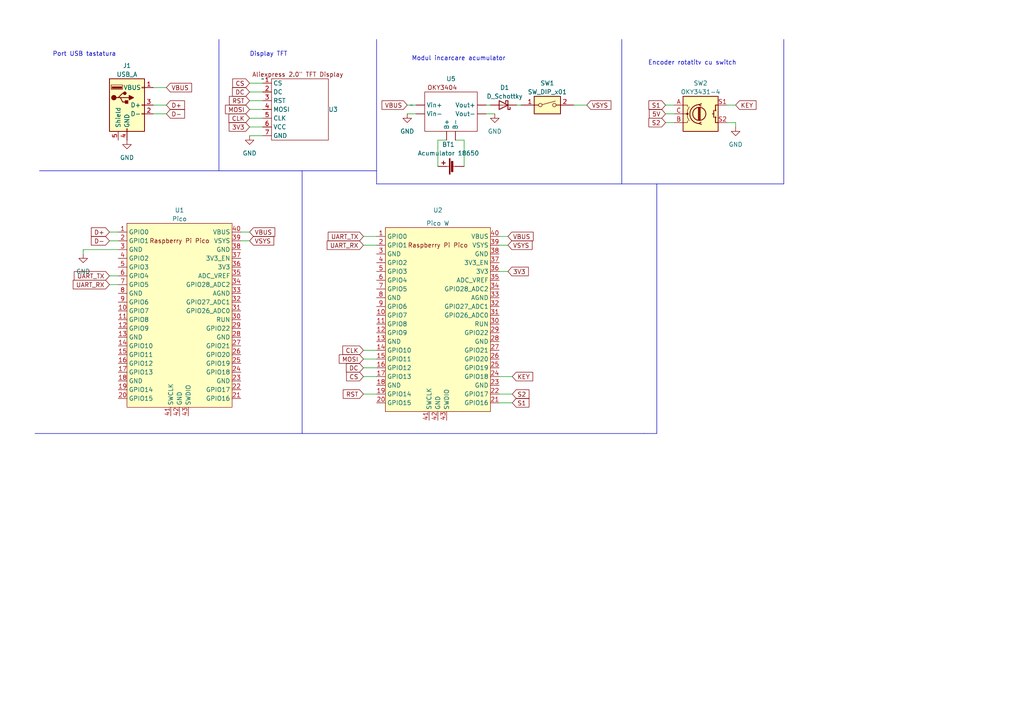
<source format=kicad_sch>
(kicad_sch (version 20230121) (generator eeschema)

  (uuid 1b147fc8-d3e6-476b-8793-6266a12930f3)

  (paper "A4")

  (title_block
    (title "Plug & Play ChatGPT")
    (date "2023-04-29")
    (rev "1")
  )

  (lib_symbols
    (symbol "Connector:USB_A" (pin_names (offset 1.016)) (in_bom yes) (on_board yes)
      (property "Reference" "J" (at -5.08 11.43 0)
        (effects (font (size 1.27 1.27)) (justify left))
      )
      (property "Value" "USB_A" (at -5.08 8.89 0)
        (effects (font (size 1.27 1.27)) (justify left))
      )
      (property "Footprint" "" (at 3.81 -1.27 0)
        (effects (font (size 1.27 1.27)) hide)
      )
      (property "Datasheet" " ~" (at 3.81 -1.27 0)
        (effects (font (size 1.27 1.27)) hide)
      )
      (property "ki_keywords" "connector USB" (at 0 0 0)
        (effects (font (size 1.27 1.27)) hide)
      )
      (property "ki_description" "USB Type A connector" (at 0 0 0)
        (effects (font (size 1.27 1.27)) hide)
      )
      (property "ki_fp_filters" "USB*" (at 0 0 0)
        (effects (font (size 1.27 1.27)) hide)
      )
      (symbol "USB_A_0_1"
        (rectangle (start -5.08 -7.62) (end 5.08 7.62)
          (stroke (width 0.254) (type default))
          (fill (type background))
        )
        (circle (center -3.81 2.159) (radius 0.635)
          (stroke (width 0.254) (type default))
          (fill (type outline))
        )
        (rectangle (start -1.524 4.826) (end -4.318 5.334)
          (stroke (width 0) (type default))
          (fill (type outline))
        )
        (rectangle (start -1.27 4.572) (end -4.572 5.842)
          (stroke (width 0) (type default))
          (fill (type none))
        )
        (circle (center -0.635 3.429) (radius 0.381)
          (stroke (width 0.254) (type default))
          (fill (type outline))
        )
        (rectangle (start -0.127 -7.62) (end 0.127 -6.858)
          (stroke (width 0) (type default))
          (fill (type none))
        )
        (polyline
          (pts
            (xy -3.175 2.159)
            (xy -2.54 2.159)
            (xy -1.27 3.429)
            (xy -0.635 3.429)
          )
          (stroke (width 0.254) (type default))
          (fill (type none))
        )
        (polyline
          (pts
            (xy -2.54 2.159)
            (xy -1.905 2.159)
            (xy -1.27 0.889)
            (xy 0 0.889)
          )
          (stroke (width 0.254) (type default))
          (fill (type none))
        )
        (polyline
          (pts
            (xy 0.635 2.794)
            (xy 0.635 1.524)
            (xy 1.905 2.159)
            (xy 0.635 2.794)
          )
          (stroke (width 0.254) (type default))
          (fill (type outline))
        )
        (rectangle (start 0.254 1.27) (end -0.508 0.508)
          (stroke (width 0.254) (type default))
          (fill (type outline))
        )
        (rectangle (start 5.08 -2.667) (end 4.318 -2.413)
          (stroke (width 0) (type default))
          (fill (type none))
        )
        (rectangle (start 5.08 -0.127) (end 4.318 0.127)
          (stroke (width 0) (type default))
          (fill (type none))
        )
        (rectangle (start 5.08 4.953) (end 4.318 5.207)
          (stroke (width 0) (type default))
          (fill (type none))
        )
      )
      (symbol "USB_A_1_1"
        (polyline
          (pts
            (xy -1.905 2.159)
            (xy 0.635 2.159)
          )
          (stroke (width 0.254) (type default))
          (fill (type none))
        )
        (pin power_in line (at 7.62 5.08 180) (length 2.54)
          (name "VBUS" (effects (font (size 1.27 1.27))))
          (number "1" (effects (font (size 1.27 1.27))))
        )
        (pin bidirectional line (at 7.62 -2.54 180) (length 2.54)
          (name "D-" (effects (font (size 1.27 1.27))))
          (number "2" (effects (font (size 1.27 1.27))))
        )
        (pin bidirectional line (at 7.62 0 180) (length 2.54)
          (name "D+" (effects (font (size 1.27 1.27))))
          (number "3" (effects (font (size 1.27 1.27))))
        )
        (pin power_in line (at 0 -10.16 90) (length 2.54)
          (name "GND" (effects (font (size 1.27 1.27))))
          (number "4" (effects (font (size 1.27 1.27))))
        )
        (pin passive line (at -2.54 -10.16 90) (length 2.54)
          (name "Shield" (effects (font (size 1.27 1.27))))
          (number "5" (effects (font (size 1.27 1.27))))
        )
      )
    )
    (symbol "Device:Battery_Cell" (pin_numbers hide) (pin_names (offset 0) hide) (in_bom yes) (on_board yes)
      (property "Reference" "BT" (at 2.54 2.54 0)
        (effects (font (size 1.27 1.27)) (justify left))
      )
      (property "Value" "Battery_Cell" (at 2.54 0 0)
        (effects (font (size 1.27 1.27)) (justify left))
      )
      (property "Footprint" "" (at 0 1.524 90)
        (effects (font (size 1.27 1.27)) hide)
      )
      (property "Datasheet" "~" (at 0 1.524 90)
        (effects (font (size 1.27 1.27)) hide)
      )
      (property "ki_keywords" "battery cell" (at 0 0 0)
        (effects (font (size 1.27 1.27)) hide)
      )
      (property "ki_description" "Single-cell battery" (at 0 0 0)
        (effects (font (size 1.27 1.27)) hide)
      )
      (symbol "Battery_Cell_0_1"
        (rectangle (start -2.286 1.778) (end 2.286 1.524)
          (stroke (width 0) (type default))
          (fill (type outline))
        )
        (rectangle (start -1.5748 1.1938) (end 1.4732 0.6858)
          (stroke (width 0) (type default))
          (fill (type outline))
        )
        (polyline
          (pts
            (xy 0 0.762)
            (xy 0 0)
          )
          (stroke (width 0) (type default))
          (fill (type none))
        )
        (polyline
          (pts
            (xy 0 1.778)
            (xy 0 2.54)
          )
          (stroke (width 0) (type default))
          (fill (type none))
        )
        (polyline
          (pts
            (xy 0.508 3.429)
            (xy 1.524 3.429)
          )
          (stroke (width 0.254) (type default))
          (fill (type none))
        )
        (polyline
          (pts
            (xy 1.016 3.937)
            (xy 1.016 2.921)
          )
          (stroke (width 0.254) (type default))
          (fill (type none))
        )
      )
      (symbol "Battery_Cell_1_1"
        (pin passive line (at 0 5.08 270) (length 2.54)
          (name "+" (effects (font (size 1.27 1.27))))
          (number "1" (effects (font (size 1.27 1.27))))
        )
        (pin passive line (at 0 -2.54 90) (length 2.54)
          (name "-" (effects (font (size 1.27 1.27))))
          (number "2" (effects (font (size 1.27 1.27))))
        )
      )
    )
    (symbol "Device:D_Schottky" (pin_numbers hide) (pin_names (offset 1.016) hide) (in_bom yes) (on_board yes)
      (property "Reference" "D" (at 0 2.54 0)
        (effects (font (size 1.27 1.27)))
      )
      (property "Value" "D_Schottky" (at 0 -2.54 0)
        (effects (font (size 1.27 1.27)))
      )
      (property "Footprint" "" (at 0 0 0)
        (effects (font (size 1.27 1.27)) hide)
      )
      (property "Datasheet" "~" (at 0 0 0)
        (effects (font (size 1.27 1.27)) hide)
      )
      (property "ki_keywords" "diode Schottky" (at 0 0 0)
        (effects (font (size 1.27 1.27)) hide)
      )
      (property "ki_description" "Schottky diode" (at 0 0 0)
        (effects (font (size 1.27 1.27)) hide)
      )
      (property "ki_fp_filters" "TO-???* *_Diode_* *SingleDiode* D_*" (at 0 0 0)
        (effects (font (size 1.27 1.27)) hide)
      )
      (symbol "D_Schottky_0_1"
        (polyline
          (pts
            (xy 1.27 0)
            (xy -1.27 0)
          )
          (stroke (width 0) (type default))
          (fill (type none))
        )
        (polyline
          (pts
            (xy 1.27 1.27)
            (xy 1.27 -1.27)
            (xy -1.27 0)
            (xy 1.27 1.27)
          )
          (stroke (width 0.254) (type default))
          (fill (type none))
        )
        (polyline
          (pts
            (xy -1.905 0.635)
            (xy -1.905 1.27)
            (xy -1.27 1.27)
            (xy -1.27 -1.27)
            (xy -0.635 -1.27)
            (xy -0.635 -0.635)
          )
          (stroke (width 0.254) (type default))
          (fill (type none))
        )
      )
      (symbol "D_Schottky_1_1"
        (pin passive line (at -3.81 0 0) (length 2.54)
          (name "K" (effects (font (size 1.27 1.27))))
          (number "1" (effects (font (size 1.27 1.27))))
        )
        (pin passive line (at 3.81 0 180) (length 2.54)
          (name "A" (effects (font (size 1.27 1.27))))
          (number "2" (effects (font (size 1.27 1.27))))
        )
      )
    )
    (symbol "Device:RotaryEncoder_Switch" (pin_names (offset 0.254) hide) (in_bom yes) (on_board yes)
      (property "Reference" "SW" (at 0 6.604 0)
        (effects (font (size 1.27 1.27)))
      )
      (property "Value" "RotaryEncoder_Switch" (at 0 -6.604 0)
        (effects (font (size 1.27 1.27)))
      )
      (property "Footprint" "" (at -3.81 4.064 0)
        (effects (font (size 1.27 1.27)) hide)
      )
      (property "Datasheet" "~" (at 0 6.604 0)
        (effects (font (size 1.27 1.27)) hide)
      )
      (property "ki_keywords" "rotary switch encoder switch push button" (at 0 0 0)
        (effects (font (size 1.27 1.27)) hide)
      )
      (property "ki_description" "Rotary encoder, dual channel, incremental quadrate outputs, with switch" (at 0 0 0)
        (effects (font (size 1.27 1.27)) hide)
      )
      (property "ki_fp_filters" "RotaryEncoder*Switch*" (at 0 0 0)
        (effects (font (size 1.27 1.27)) hide)
      )
      (symbol "RotaryEncoder_Switch_0_1"
        (rectangle (start -5.08 5.08) (end 5.08 -5.08)
          (stroke (width 0.254) (type default))
          (fill (type background))
        )
        (circle (center -3.81 0) (radius 0.254)
          (stroke (width 0) (type default))
          (fill (type outline))
        )
        (circle (center -0.381 0) (radius 1.905)
          (stroke (width 0.254) (type default))
          (fill (type none))
        )
        (arc (start -0.381 2.667) (mid -3.0988 -0.0635) (end -0.381 -2.794)
          (stroke (width 0.254) (type default))
          (fill (type none))
        )
        (polyline
          (pts
            (xy -0.635 -1.778)
            (xy -0.635 1.778)
          )
          (stroke (width 0.254) (type default))
          (fill (type none))
        )
        (polyline
          (pts
            (xy -0.381 -1.778)
            (xy -0.381 1.778)
          )
          (stroke (width 0.254) (type default))
          (fill (type none))
        )
        (polyline
          (pts
            (xy -0.127 1.778)
            (xy -0.127 -1.778)
          )
          (stroke (width 0.254) (type default))
          (fill (type none))
        )
        (polyline
          (pts
            (xy 3.81 0)
            (xy 3.429 0)
          )
          (stroke (width 0.254) (type default))
          (fill (type none))
        )
        (polyline
          (pts
            (xy 3.81 1.016)
            (xy 3.81 -1.016)
          )
          (stroke (width 0.254) (type default))
          (fill (type none))
        )
        (polyline
          (pts
            (xy -5.08 -2.54)
            (xy -3.81 -2.54)
            (xy -3.81 -2.032)
          )
          (stroke (width 0) (type default))
          (fill (type none))
        )
        (polyline
          (pts
            (xy -5.08 2.54)
            (xy -3.81 2.54)
            (xy -3.81 2.032)
          )
          (stroke (width 0) (type default))
          (fill (type none))
        )
        (polyline
          (pts
            (xy 0.254 -3.048)
            (xy -0.508 -2.794)
            (xy 0.127 -2.413)
          )
          (stroke (width 0.254) (type default))
          (fill (type none))
        )
        (polyline
          (pts
            (xy 0.254 2.921)
            (xy -0.508 2.667)
            (xy 0.127 2.286)
          )
          (stroke (width 0.254) (type default))
          (fill (type none))
        )
        (polyline
          (pts
            (xy 5.08 -2.54)
            (xy 4.318 -2.54)
            (xy 4.318 -1.016)
          )
          (stroke (width 0.254) (type default))
          (fill (type none))
        )
        (polyline
          (pts
            (xy 5.08 2.54)
            (xy 4.318 2.54)
            (xy 4.318 1.016)
          )
          (stroke (width 0.254) (type default))
          (fill (type none))
        )
        (polyline
          (pts
            (xy -5.08 0)
            (xy -3.81 0)
            (xy -3.81 -1.016)
            (xy -3.302 -2.032)
          )
          (stroke (width 0) (type default))
          (fill (type none))
        )
        (polyline
          (pts
            (xy -4.318 0)
            (xy -3.81 0)
            (xy -3.81 1.016)
            (xy -3.302 2.032)
          )
          (stroke (width 0) (type default))
          (fill (type none))
        )
        (circle (center 4.318 -1.016) (radius 0.127)
          (stroke (width 0.254) (type default))
          (fill (type none))
        )
        (circle (center 4.318 1.016) (radius 0.127)
          (stroke (width 0.254) (type default))
          (fill (type none))
        )
      )
      (symbol "RotaryEncoder_Switch_1_1"
        (pin passive line (at -7.62 2.54 0) (length 2.54)
          (name "A" (effects (font (size 1.27 1.27))))
          (number "A" (effects (font (size 1.27 1.27))))
        )
        (pin passive line (at -7.62 -2.54 0) (length 2.54)
          (name "B" (effects (font (size 1.27 1.27))))
          (number "B" (effects (font (size 1.27 1.27))))
        )
        (pin passive line (at -7.62 0 0) (length 2.54)
          (name "C" (effects (font (size 1.27 1.27))))
          (number "C" (effects (font (size 1.27 1.27))))
        )
        (pin passive line (at 7.62 2.54 180) (length 2.54)
          (name "S1" (effects (font (size 1.27 1.27))))
          (number "S1" (effects (font (size 1.27 1.27))))
        )
        (pin passive line (at 7.62 -2.54 180) (length 2.54)
          (name "S2" (effects (font (size 1.27 1.27))))
          (number "S2" (effects (font (size 1.27 1.27))))
        )
      )
    )
    (symbol "Display:Aliexpress_SPI_display" (in_bom yes) (on_board yes)
      (property "Reference" "U" (at -7.62 11.43 0)
        (effects (font (size 1.27 1.27)))
      )
      (property "Value" "" (at -10.16 8.89 0)
        (effects (font (size 1.27 1.27)))
      )
      (property "Footprint" "" (at -10.16 8.89 0)
        (effects (font (size 1.27 1.27)) hide)
      )
      (property "Datasheet" "" (at -10.16 8.89 0)
        (effects (font (size 1.27 1.27)) hide)
      )
      (symbol "Aliexpress_SPI_display_0_1"
        (rectangle (start -7.62 8.89) (end 8.89 -8.89)
          (stroke (width 0) (type default))
          (fill (type none))
        )
      )
      (symbol "Aliexpress_SPI_display_1_1"
        (text "Aliexpress 2.0\" TFT Display\n" (at 0 10.16 0)
          (effects (font (size 1.27 1.27)))
        )
        (pin input line (at -10.16 7.62 0) (length 2.54)
          (name "CS" (effects (font (size 1.27 1.27))))
          (number "1" (effects (font (size 1.27 1.27))))
        )
        (pin input line (at -10.16 5.08 0) (length 2.54)
          (name "DC" (effects (font (size 1.27 1.27))))
          (number "2" (effects (font (size 1.27 1.27))))
        )
        (pin input line (at -10.16 2.54 0) (length 2.54)
          (name "RST" (effects (font (size 1.27 1.27))))
          (number "3" (effects (font (size 1.27 1.27))))
        )
        (pin input line (at -10.16 0 0) (length 2.54)
          (name "MOSI" (effects (font (size 1.27 1.27))))
          (number "4" (effects (font (size 1.27 1.27))))
        )
        (pin input line (at -10.16 -2.54 0) (length 2.54)
          (name "CLK" (effects (font (size 1.27 1.27))))
          (number "5" (effects (font (size 1.27 1.27))))
        )
        (pin input line (at -10.16 -5.08 0) (length 2.54)
          (name "VCC" (effects (font (size 1.27 1.27))))
          (number "6" (effects (font (size 1.27 1.27))))
        )
        (pin input line (at -10.16 -7.62 0) (length 2.54)
          (name "GND" (effects (font (size 1.27 1.27))))
          (number "7" (effects (font (size 1.27 1.27))))
        )
      )
    )
    (symbol "MCU_RaspberryPi_and_Boards:Pico" (in_bom yes) (on_board yes)
      (property "Reference" "U" (at -13.97 27.94 0)
        (effects (font (size 1.27 1.27)))
      )
      (property "Value" "Pico" (at 0 19.05 0)
        (effects (font (size 1.27 1.27)))
      )
      (property "Footprint" "RPi_Pico:RPi_Pico_SMD_TH" (at 0 0 90)
        (effects (font (size 1.27 1.27)) hide)
      )
      (property "Datasheet" "" (at 0 0 0)
        (effects (font (size 1.27 1.27)) hide)
      )
      (symbol "Pico_0_0"
        (text "Raspberry Pi Pico" (at 0 21.59 0)
          (effects (font (size 1.27 1.27)))
        )
      )
      (symbol "Pico_0_1"
        (rectangle (start -15.24 26.67) (end 15.24 -26.67)
          (stroke (width 0) (type default))
          (fill (type background))
        )
      )
      (symbol "Pico_1_1"
        (pin bidirectional line (at -17.78 24.13 0) (length 2.54)
          (name "GPIO0" (effects (font (size 1.27 1.27))))
          (number "1" (effects (font (size 1.27 1.27))))
        )
        (pin bidirectional line (at -17.78 1.27 0) (length 2.54)
          (name "GPIO7" (effects (font (size 1.27 1.27))))
          (number "10" (effects (font (size 1.27 1.27))))
        )
        (pin bidirectional line (at -17.78 -1.27 0) (length 2.54)
          (name "GPIO8" (effects (font (size 1.27 1.27))))
          (number "11" (effects (font (size 1.27 1.27))))
        )
        (pin bidirectional line (at -17.78 -3.81 0) (length 2.54)
          (name "GPIO9" (effects (font (size 1.27 1.27))))
          (number "12" (effects (font (size 1.27 1.27))))
        )
        (pin power_in line (at -17.78 -6.35 0) (length 2.54)
          (name "GND" (effects (font (size 1.27 1.27))))
          (number "13" (effects (font (size 1.27 1.27))))
        )
        (pin bidirectional line (at -17.78 -8.89 0) (length 2.54)
          (name "GPIO10" (effects (font (size 1.27 1.27))))
          (number "14" (effects (font (size 1.27 1.27))))
        )
        (pin bidirectional line (at -17.78 -11.43 0) (length 2.54)
          (name "GPIO11" (effects (font (size 1.27 1.27))))
          (number "15" (effects (font (size 1.27 1.27))))
        )
        (pin bidirectional line (at -17.78 -13.97 0) (length 2.54)
          (name "GPIO12" (effects (font (size 1.27 1.27))))
          (number "16" (effects (font (size 1.27 1.27))))
        )
        (pin bidirectional line (at -17.78 -16.51 0) (length 2.54)
          (name "GPIO13" (effects (font (size 1.27 1.27))))
          (number "17" (effects (font (size 1.27 1.27))))
        )
        (pin power_in line (at -17.78 -19.05 0) (length 2.54)
          (name "GND" (effects (font (size 1.27 1.27))))
          (number "18" (effects (font (size 1.27 1.27))))
        )
        (pin bidirectional line (at -17.78 -21.59 0) (length 2.54)
          (name "GPIO14" (effects (font (size 1.27 1.27))))
          (number "19" (effects (font (size 1.27 1.27))))
        )
        (pin bidirectional line (at -17.78 21.59 0) (length 2.54)
          (name "GPIO1" (effects (font (size 1.27 1.27))))
          (number "2" (effects (font (size 1.27 1.27))))
        )
        (pin bidirectional line (at -17.78 -24.13 0) (length 2.54)
          (name "GPIO15" (effects (font (size 1.27 1.27))))
          (number "20" (effects (font (size 1.27 1.27))))
        )
        (pin bidirectional line (at 17.78 -24.13 180) (length 2.54)
          (name "GPIO16" (effects (font (size 1.27 1.27))))
          (number "21" (effects (font (size 1.27 1.27))))
        )
        (pin bidirectional line (at 17.78 -21.59 180) (length 2.54)
          (name "GPIO17" (effects (font (size 1.27 1.27))))
          (number "22" (effects (font (size 1.27 1.27))))
        )
        (pin power_in line (at 17.78 -19.05 180) (length 2.54)
          (name "GND" (effects (font (size 1.27 1.27))))
          (number "23" (effects (font (size 1.27 1.27))))
        )
        (pin bidirectional line (at 17.78 -16.51 180) (length 2.54)
          (name "GPIO18" (effects (font (size 1.27 1.27))))
          (number "24" (effects (font (size 1.27 1.27))))
        )
        (pin bidirectional line (at 17.78 -13.97 180) (length 2.54)
          (name "GPIO19" (effects (font (size 1.27 1.27))))
          (number "25" (effects (font (size 1.27 1.27))))
        )
        (pin bidirectional line (at 17.78 -11.43 180) (length 2.54)
          (name "GPIO20" (effects (font (size 1.27 1.27))))
          (number "26" (effects (font (size 1.27 1.27))))
        )
        (pin bidirectional line (at 17.78 -8.89 180) (length 2.54)
          (name "GPIO21" (effects (font (size 1.27 1.27))))
          (number "27" (effects (font (size 1.27 1.27))))
        )
        (pin power_in line (at 17.78 -6.35 180) (length 2.54)
          (name "GND" (effects (font (size 1.27 1.27))))
          (number "28" (effects (font (size 1.27 1.27))))
        )
        (pin bidirectional line (at 17.78 -3.81 180) (length 2.54)
          (name "GPIO22" (effects (font (size 1.27 1.27))))
          (number "29" (effects (font (size 1.27 1.27))))
        )
        (pin power_in line (at -17.78 19.05 0) (length 2.54)
          (name "GND" (effects (font (size 1.27 1.27))))
          (number "3" (effects (font (size 1.27 1.27))))
        )
        (pin input line (at 17.78 -1.27 180) (length 2.54)
          (name "RUN" (effects (font (size 1.27 1.27))))
          (number "30" (effects (font (size 1.27 1.27))))
        )
        (pin bidirectional line (at 17.78 1.27 180) (length 2.54)
          (name "GPIO26_ADC0" (effects (font (size 1.27 1.27))))
          (number "31" (effects (font (size 1.27 1.27))))
        )
        (pin bidirectional line (at 17.78 3.81 180) (length 2.54)
          (name "GPIO27_ADC1" (effects (font (size 1.27 1.27))))
          (number "32" (effects (font (size 1.27 1.27))))
        )
        (pin power_in line (at 17.78 6.35 180) (length 2.54)
          (name "AGND" (effects (font (size 1.27 1.27))))
          (number "33" (effects (font (size 1.27 1.27))))
        )
        (pin bidirectional line (at 17.78 8.89 180) (length 2.54)
          (name "GPIO28_ADC2" (effects (font (size 1.27 1.27))))
          (number "34" (effects (font (size 1.27 1.27))))
        )
        (pin power_in line (at 17.78 11.43 180) (length 2.54)
          (name "ADC_VREF" (effects (font (size 1.27 1.27))))
          (number "35" (effects (font (size 1.27 1.27))))
        )
        (pin power_in line (at 17.78 13.97 180) (length 2.54)
          (name "3V3" (effects (font (size 1.27 1.27))))
          (number "36" (effects (font (size 1.27 1.27))))
        )
        (pin input line (at 17.78 16.51 180) (length 2.54)
          (name "3V3_EN" (effects (font (size 1.27 1.27))))
          (number "37" (effects (font (size 1.27 1.27))))
        )
        (pin bidirectional line (at 17.78 19.05 180) (length 2.54)
          (name "GND" (effects (font (size 1.27 1.27))))
          (number "38" (effects (font (size 1.27 1.27))))
        )
        (pin power_in line (at 17.78 21.59 180) (length 2.54)
          (name "VSYS" (effects (font (size 1.27 1.27))))
          (number "39" (effects (font (size 1.27 1.27))))
        )
        (pin bidirectional line (at -17.78 16.51 0) (length 2.54)
          (name "GPIO2" (effects (font (size 1.27 1.27))))
          (number "4" (effects (font (size 1.27 1.27))))
        )
        (pin power_in line (at 17.78 24.13 180) (length 2.54)
          (name "VBUS" (effects (font (size 1.27 1.27))))
          (number "40" (effects (font (size 1.27 1.27))))
        )
        (pin input line (at -2.54 -29.21 90) (length 2.54)
          (name "SWCLK" (effects (font (size 1.27 1.27))))
          (number "41" (effects (font (size 1.27 1.27))))
        )
        (pin power_in line (at 0 -29.21 90) (length 2.54)
          (name "GND" (effects (font (size 1.27 1.27))))
          (number "42" (effects (font (size 1.27 1.27))))
        )
        (pin bidirectional line (at 2.54 -29.21 90) (length 2.54)
          (name "SWDIO" (effects (font (size 1.27 1.27))))
          (number "43" (effects (font (size 1.27 1.27))))
        )
        (pin bidirectional line (at -17.78 13.97 0) (length 2.54)
          (name "GPIO3" (effects (font (size 1.27 1.27))))
          (number "5" (effects (font (size 1.27 1.27))))
        )
        (pin bidirectional line (at -17.78 11.43 0) (length 2.54)
          (name "GPIO4" (effects (font (size 1.27 1.27))))
          (number "6" (effects (font (size 1.27 1.27))))
        )
        (pin bidirectional line (at -17.78 8.89 0) (length 2.54)
          (name "GPIO5" (effects (font (size 1.27 1.27))))
          (number "7" (effects (font (size 1.27 1.27))))
        )
        (pin power_in line (at -17.78 6.35 0) (length 2.54)
          (name "GND" (effects (font (size 1.27 1.27))))
          (number "8" (effects (font (size 1.27 1.27))))
        )
        (pin bidirectional line (at -17.78 3.81 0) (length 2.54)
          (name "GPIO6" (effects (font (size 1.27 1.27))))
          (number "9" (effects (font (size 1.27 1.27))))
        )
      )
    )
    (symbol "OKY3404:OKY3404" (in_bom yes) (on_board yes)
      (property "Reference" "U" (at -11.43 3.81 0)
        (effects (font (size 1.27 1.27)))
      )
      (property "Value" "" (at -11.43 2.54 0)
        (effects (font (size 1.27 1.27)))
      )
      (property "Footprint" "" (at -11.43 2.54 0)
        (effects (font (size 1.27 1.27)) hide)
      )
      (property "Datasheet" "" (at -11.43 2.54 0)
        (effects (font (size 1.27 1.27)) hide)
      )
      (symbol "OKY3404_0_1"
        (rectangle (start -7.62 6.35) (end 7.62 -5.08)
          (stroke (width 0) (type default))
          (fill (type none))
        )
      )
      (symbol "OKY3404_1_1"
        (text "OKY3404\n" (at -2.54 7.62 0)
          (effects (font (size 1.27 1.27)))
        )
        (pin bidirectional line (at -1.27 -7.62 90) (length 2.54)
          (name "B+" (effects (font (size 1.27 1.27))))
          (number "" (effects (font (size 1.27 1.27))))
        )
        (pin bidirectional line (at 1.27 -7.62 90) (length 2.54)
          (name "B-" (effects (font (size 1.27 1.27))))
          (number "" (effects (font (size 1.27 1.27))))
        )
        (pin input line (at -10.16 2.54 0) (length 2.54)
          (name "Vin+" (effects (font (size 1.27 1.27))))
          (number "" (effects (font (size 1.27 1.27))))
        )
        (pin input line (at -10.16 0 0) (length 2.54)
          (name "Vin-" (effects (font (size 1.27 1.27))))
          (number "" (effects (font (size 1.27 1.27))))
        )
        (pin output line (at 10.16 2.54 180) (length 2.54)
          (name "Vout+" (effects (font (size 1.27 1.27))))
          (number "" (effects (font (size 1.27 1.27))))
        )
        (pin output line (at 10.16 0 180) (length 2.54)
          (name "Vout-" (effects (font (size 1.27 1.27))))
          (number "" (effects (font (size 1.27 1.27))))
        )
      )
    )
    (symbol "Switch:SW_DIP_x01" (pin_names (offset 0) hide) (in_bom yes) (on_board yes)
      (property "Reference" "SW" (at 0 3.81 0)
        (effects (font (size 1.27 1.27)))
      )
      (property "Value" "SW_DIP_x01" (at 0 -3.81 0)
        (effects (font (size 1.27 1.27)))
      )
      (property "Footprint" "" (at 0 0 0)
        (effects (font (size 1.27 1.27)) hide)
      )
      (property "Datasheet" "~" (at 0 0 0)
        (effects (font (size 1.27 1.27)) hide)
      )
      (property "ki_keywords" "dip switch" (at 0 0 0)
        (effects (font (size 1.27 1.27)) hide)
      )
      (property "ki_description" "1x DIP Switch, Single Pole Single Throw (SPST) switch, small symbol" (at 0 0 0)
        (effects (font (size 1.27 1.27)) hide)
      )
      (property "ki_fp_filters" "SW?DIP?x1*" (at 0 0 0)
        (effects (font (size 1.27 1.27)) hide)
      )
      (symbol "SW_DIP_x01_0_0"
        (circle (center -2.032 0) (radius 0.508)
          (stroke (width 0) (type default))
          (fill (type none))
        )
        (polyline
          (pts
            (xy -1.524 0.127)
            (xy 2.3622 1.1684)
          )
          (stroke (width 0) (type default))
          (fill (type none))
        )
        (circle (center 2.032 0) (radius 0.508)
          (stroke (width 0) (type default))
          (fill (type none))
        )
      )
      (symbol "SW_DIP_x01_0_1"
        (rectangle (start -3.81 2.54) (end 3.81 -2.54)
          (stroke (width 0.254) (type default))
          (fill (type background))
        )
      )
      (symbol "SW_DIP_x01_1_1"
        (pin passive line (at -7.62 0 0) (length 5.08)
          (name "~" (effects (font (size 1.27 1.27))))
          (number "1" (effects (font (size 1.27 1.27))))
        )
        (pin passive line (at 7.62 0 180) (length 5.08)
          (name "~" (effects (font (size 1.27 1.27))))
          (number "2" (effects (font (size 1.27 1.27))))
        )
      )
    )
    (symbol "power:GND" (power) (pin_names (offset 0)) (in_bom yes) (on_board yes)
      (property "Reference" "#PWR" (at 0 -6.35 0)
        (effects (font (size 1.27 1.27)) hide)
      )
      (property "Value" "GND" (at 0 -3.81 0)
        (effects (font (size 1.27 1.27)))
      )
      (property "Footprint" "" (at 0 0 0)
        (effects (font (size 1.27 1.27)) hide)
      )
      (property "Datasheet" "" (at 0 0 0)
        (effects (font (size 1.27 1.27)) hide)
      )
      (property "ki_keywords" "global power" (at 0 0 0)
        (effects (font (size 1.27 1.27)) hide)
      )
      (property "ki_description" "Power symbol creates a global label with name \"GND\" , ground" (at 0 0 0)
        (effects (font (size 1.27 1.27)) hide)
      )
      (symbol "GND_0_1"
        (polyline
          (pts
            (xy 0 0)
            (xy 0 -1.27)
            (xy 1.27 -1.27)
            (xy 0 -2.54)
            (xy -1.27 -1.27)
            (xy 0 -1.27)
          )
          (stroke (width 0) (type default))
          (fill (type none))
        )
      )
      (symbol "GND_1_1"
        (pin power_in line (at 0 0 270) (length 0) hide
          (name "GND" (effects (font (size 1.27 1.27))))
          (number "1" (effects (font (size 1.27 1.27))))
        )
      )
    )
  )


  (wire (pts (xy 69.85 67.31) (xy 72.39 67.31))
    (stroke (width 0) (type default))
    (uuid 0023d0df-ea7f-46f7-b0c3-ce900202e6ef)
  )
  (wire (pts (xy 31.75 80.01) (xy 34.29 80.01))
    (stroke (width 0) (type default))
    (uuid 022a9d3e-f2bd-40af-92a0-673ce1712cce)
  )
  (wire (pts (xy 31.75 67.31) (xy 34.29 67.31))
    (stroke (width 0) (type default))
    (uuid 07a959d2-e1b5-495e-a3e6-8284ba23dd98)
  )
  (wire (pts (xy 144.78 114.3) (xy 148.59 114.3))
    (stroke (width 0) (type default))
    (uuid 0a46028e-8090-4d77-8b3d-07546656e441)
  )
  (polyline (pts (xy 87.63 49.53) (xy 87.63 125.73))
    (stroke (width 0) (type default))
    (uuid 0a9ad7dd-eed9-48c2-9a9a-e0d9245720c2)
  )

  (wire (pts (xy 210.82 30.48) (xy 213.36 30.48))
    (stroke (width 0) (type default))
    (uuid 0b2ae06a-f5ca-4552-81a1-7e6254852c9b)
  )
  (wire (pts (xy 105.41 114.3) (xy 109.22 114.3))
    (stroke (width 0) (type default))
    (uuid 0b5780c0-0f97-4e4f-9157-3e2115ab31b4)
  )
  (polyline (pts (xy 63.5 49.53) (xy 109.22 49.53))
    (stroke (width 0) (type default))
    (uuid 0c2d4e1f-1764-4af5-be3a-a8d6da794d4e)
  )

  (wire (pts (xy 144.78 68.58) (xy 147.32 68.58))
    (stroke (width 0) (type default))
    (uuid 1962403f-6d73-4749-a3ba-d1b4e3ecefb3)
  )
  (polyline (pts (xy 11.43 49.53) (xy 63.5 49.53))
    (stroke (width 0) (type default))
    (uuid 20d96c5e-238d-4fae-9a34-ad8a2a93268e)
  )

  (wire (pts (xy 210.82 35.56) (xy 213.36 35.56))
    (stroke (width 0) (type default))
    (uuid 252c7d15-10d1-48e4-8795-d5fe2e8b6af9)
  )
  (polyline (pts (xy 63.5 11.43) (xy 63.5 49.53))
    (stroke (width 0) (type default))
    (uuid 29dacaa6-132e-4b6f-9924-4674e97e9e97)
  )

  (wire (pts (xy 132.08 40.64) (xy 134.62 40.64))
    (stroke (width 0) (type default))
    (uuid 3a047498-1bc8-474f-a7c4-df42db66670a)
  )
  (wire (pts (xy 72.39 26.67) (xy 76.2 26.67))
    (stroke (width 0) (type default))
    (uuid 4026705e-1409-4ebc-a300-7ae9683ece3f)
  )
  (wire (pts (xy 44.45 33.02) (xy 48.26 33.02))
    (stroke (width 0) (type default))
    (uuid 415ed2e5-2955-429e-a446-a240550effb2)
  )
  (wire (pts (xy 72.39 36.83) (xy 76.2 36.83))
    (stroke (width 0) (type default))
    (uuid 45a4fdda-d874-495b-abc0-ce457236501a)
  )
  (wire (pts (xy 129.54 40.64) (xy 127 40.64))
    (stroke (width 0) (type default))
    (uuid 4c566870-3465-48ea-98bf-1b1f4d5398eb)
  )
  (wire (pts (xy 193.04 35.56) (xy 195.58 35.56))
    (stroke (width 0) (type default))
    (uuid 4e8effaa-1f43-4c92-84e1-2cbc0b1cdd0e)
  )
  (wire (pts (xy 213.36 35.56) (xy 213.36 36.83))
    (stroke (width 0) (type default))
    (uuid 53cd9520-138e-4cf2-8d09-1d467e7aca55)
  )
  (wire (pts (xy 24.13 72.39) (xy 34.29 72.39))
    (stroke (width 0) (type default))
    (uuid 53e42ac7-72e9-48f4-a54a-29acd267d1d8)
  )
  (wire (pts (xy 193.04 33.02) (xy 195.58 33.02))
    (stroke (width 0) (type default))
    (uuid 555ac8c4-9070-4208-ad44-d4e4fbfb30ff)
  )
  (wire (pts (xy 31.75 69.85) (xy 34.29 69.85))
    (stroke (width 0) (type default))
    (uuid 5616808c-cd51-4b32-8cd9-870656ce255a)
  )
  (wire (pts (xy 72.39 24.13) (xy 76.2 24.13))
    (stroke (width 0) (type default))
    (uuid 5d577697-ec52-4cd6-9053-1fb866ed9463)
  )
  (wire (pts (xy 44.45 30.48) (xy 48.26 30.48))
    (stroke (width 0) (type default))
    (uuid 620306e9-c3ab-4072-aee1-a87ff610d83b)
  )
  (polyline (pts (xy 10.16 125.73) (xy 186.69 125.73))
    (stroke (width 0) (type default))
    (uuid 639941d5-3e4d-4a4a-baae-b49523134af3)
  )

  (wire (pts (xy 72.39 39.37) (xy 76.2 39.37))
    (stroke (width 0) (type default))
    (uuid 63f0e8eb-06b5-4772-8fc4-7b1377d857dd)
  )
  (wire (pts (xy 118.11 33.02) (xy 120.65 33.02))
    (stroke (width 0) (type default))
    (uuid 64c1615f-1173-4c52-a414-077282ded3e8)
  )
  (polyline (pts (xy 180.34 53.34) (xy 227.33 53.34))
    (stroke (width 0) (type default))
    (uuid 67054753-a77c-4f63-af3c-7c34a9721680)
  )

  (wire (pts (xy 44.45 25.4) (xy 48.26 25.4))
    (stroke (width 0) (type default))
    (uuid 6d56e28f-67e0-42b1-95c7-346972d73ab8)
  )
  (wire (pts (xy 144.78 71.12) (xy 147.32 71.12))
    (stroke (width 0) (type default))
    (uuid 71f0d67e-1028-4bd9-9e3b-41798beedd7a)
  )
  (wire (pts (xy 127 40.64) (xy 127 48.26))
    (stroke (width 0) (type default))
    (uuid 7a662e95-e95a-4d70-ae28-4aa257125d3b)
  )
  (polyline (pts (xy 227.33 11.43) (xy 227.33 53.34))
    (stroke (width 0) (type default))
    (uuid 7ad44cb2-61d9-4a47-bb5c-82cd2a407ffe)
  )

  (wire (pts (xy 149.86 30.48) (xy 151.13 30.48))
    (stroke (width 0) (type default))
    (uuid 7bb39cd6-253b-4c73-bedf-2ebddb478f9f)
  )
  (wire (pts (xy 72.39 34.29) (xy 76.2 34.29))
    (stroke (width 0) (type default))
    (uuid 857cc605-7e35-43ec-b310-80acf129aa41)
  )
  (wire (pts (xy 69.85 69.85) (xy 72.39 69.85))
    (stroke (width 0) (type default))
    (uuid 86d14fb7-73d8-446d-b0c7-e8b11b65107c)
  )
  (wire (pts (xy 166.37 30.48) (xy 170.18 30.48))
    (stroke (width 0) (type default))
    (uuid 86f9fe55-f2fd-47d2-ab8a-2f69e1079124)
  )
  (wire (pts (xy 105.41 109.22) (xy 109.22 109.22))
    (stroke (width 0) (type default))
    (uuid 8a99771e-d4ec-4859-9630-29c0498d72db)
  )
  (wire (pts (xy 72.39 29.21) (xy 76.2 29.21))
    (stroke (width 0) (type default))
    (uuid 937bcabc-d159-4ae1-b208-cc4f7df3f551)
  )
  (wire (pts (xy 105.41 106.68) (xy 109.22 106.68))
    (stroke (width 0) (type default))
    (uuid a65cfdb8-36e4-4fcb-ac6b-013ad4f3d269)
  )
  (wire (pts (xy 31.75 82.55) (xy 34.29 82.55))
    (stroke (width 0) (type default))
    (uuid b18236b2-5bc1-4286-be28-cb1ab3ca4faa)
  )
  (wire (pts (xy 24.13 73.66) (xy 24.13 72.39))
    (stroke (width 0) (type default))
    (uuid b84ad90e-ffc6-4874-b957-866d97f2defa)
  )
  (wire (pts (xy 118.11 30.48) (xy 120.65 30.48))
    (stroke (width 0) (type default))
    (uuid b95334e6-b4a1-49ac-a2c2-0879f02f2b9c)
  )
  (polyline (pts (xy 109.22 11.43) (xy 109.22 53.34))
    (stroke (width 0) (type default))
    (uuid bb397133-7206-4728-b6d0-885173801346)
  )

  (wire (pts (xy 105.41 101.6) (xy 109.22 101.6))
    (stroke (width 0) (type default))
    (uuid c21e9f60-eb60-4222-bb4d-3d281d7e9bbc)
  )
  (wire (pts (xy 72.39 31.75) (xy 76.2 31.75))
    (stroke (width 0) (type default))
    (uuid ccc1c7f1-3237-4611-ac04-f896fc174e88)
  )
  (wire (pts (xy 140.97 30.48) (xy 142.24 30.48))
    (stroke (width 0) (type default))
    (uuid cf8e2d4a-0e00-40c5-b92a-451cce857630)
  )
  (polyline (pts (xy 63.5 49.53) (xy 87.63 49.53))
    (stroke (width 0) (type default))
    (uuid d226ece8-1373-49c4-bc8a-449b70b023c2)
  )

  (wire (pts (xy 105.41 68.58) (xy 109.22 68.58))
    (stroke (width 0) (type default))
    (uuid d2eb3521-dbf0-4175-9d6e-923954a16526)
  )
  (polyline (pts (xy 186.69 125.73) (xy 190.5 125.73))
    (stroke (width 0) (type default))
    (uuid d6066d4b-5f43-4435-a1f6-cebcb1f02233)
  )

  (wire (pts (xy 105.41 104.14) (xy 109.22 104.14))
    (stroke (width 0) (type default))
    (uuid d7c6ed11-b9b8-4f42-9371-45aec31feca9)
  )
  (polyline (pts (xy 180.34 11.43) (xy 180.34 53.34))
    (stroke (width 0) (type default))
    (uuid d880685d-8ada-44ba-8a60-e2c248cbe0f7)
  )
  (polyline (pts (xy 109.22 53.34) (xy 180.34 53.34))
    (stroke (width 0) (type default))
    (uuid dd17cb8a-4ae3-4d51-9331-5191b001fc43)
  )

  (wire (pts (xy 144.78 78.74) (xy 147.32 78.74))
    (stroke (width 0) (type default))
    (uuid e1f272dc-dba1-4b75-a833-6732abc0dee5)
  )
  (wire (pts (xy 140.97 33.02) (xy 143.51 33.02))
    (stroke (width 0) (type default))
    (uuid e665217e-4b77-418e-a842-3e2a385dbcde)
  )
  (wire (pts (xy 144.78 116.84) (xy 148.59 116.84))
    (stroke (width 0) (type default))
    (uuid e7630619-4a6c-48f1-91c8-81fc6753da8e)
  )
  (wire (pts (xy 193.04 30.48) (xy 195.58 30.48))
    (stroke (width 0) (type default))
    (uuid e7b9a658-5891-40bd-8a3c-f2f1d643a056)
  )
  (polyline (pts (xy 190.5 53.34) (xy 190.5 125.73))
    (stroke (width 0) (type default))
    (uuid e87478a5-b1cd-4797-9406-727b736e7438)
  )

  (wire (pts (xy 134.62 40.64) (xy 134.62 48.26))
    (stroke (width 0) (type default))
    (uuid eaa17148-f067-4ad9-8b60-cd4e3abef62d)
  )
  (wire (pts (xy 144.78 109.22) (xy 148.59 109.22))
    (stroke (width 0) (type default))
    (uuid ff1a4a96-d181-4e5c-9ad9-154bff8fa345)
  )
  (wire (pts (xy 105.41 71.12) (xy 109.22 71.12))
    (stroke (width 0) (type default))
    (uuid ffb6be84-ced3-472d-9b26-266ae90f03f3)
  )

  (text "Encoder rotatitv cu switch\n" (at 187.96 19.05 0)
    (effects (font (size 1.27 1.27)) (justify left bottom))
    (uuid 562f4c15-7735-4059-9d0e-3119325cfbaa)
  )
  (text "Port USB tastatura\n" (at 15.24 16.51 0)
    (effects (font (size 1.27 1.27)) (justify left bottom))
    (uuid 8534c798-190b-4dfe-98a2-e6b1055b7088)
  )
  (text "Display TFT\n" (at 72.39 16.51 0)
    (effects (font (size 1.27 1.27)) (justify left bottom))
    (uuid 9b796c3e-a40e-4ed7-aab3-45b7b370b638)
  )
  (text "Modul incarcare acumulator" (at 119.38 17.78 0)
    (effects (font (size 1.27 1.27)) (justify left bottom))
    (uuid e214f809-75e1-4ce0-b29c-98a0f1787ed1)
  )

  (global_label "KEY" (shape input) (at 148.59 109.22 0) (fields_autoplaced)
    (effects (font (size 1.27 1.27)) (justify left))
    (uuid 0195786f-3c08-4917-a95f-c397ac87ed3e)
    (property "Intersheetrefs" "${INTERSHEET_REFS}" (at 155.0034 109.22 0)
      (effects (font (size 1.27 1.27)) (justify left) hide)
    )
  )
  (global_label "S2" (shape input) (at 148.59 114.3 0) (fields_autoplaced)
    (effects (font (size 1.27 1.27)) (justify left))
    (uuid 01ba865a-4d8a-4903-9672-4919930cc089)
    (property "Intersheetrefs" "${INTERSHEET_REFS}" (at 153.9148 114.3 0)
      (effects (font (size 1.27 1.27)) (justify left) hide)
    )
  )
  (global_label "3V3" (shape input) (at 147.32 78.74 0) (fields_autoplaced)
    (effects (font (size 1.27 1.27)) (justify left))
    (uuid 02e59d6b-2bb5-4b09-bb72-c22f0323b3b4)
    (property "Intersheetrefs" "${INTERSHEET_REFS}" (at 153.7334 78.74 0)
      (effects (font (size 1.27 1.27)) (justify left) hide)
    )
  )
  (global_label "UART_TX" (shape input) (at 105.41 68.58 180) (fields_autoplaced)
    (effects (font (size 1.27 1.27)) (justify right))
    (uuid 3a3d780d-0c11-4c3c-ba56-63dbf1f9ca65)
    (property "Intersheetrefs" "${INTERSHEET_REFS}" (at 94.7028 68.58 0)
      (effects (font (size 1.27 1.27)) (justify right) hide)
    )
  )
  (global_label "CS" (shape input) (at 72.39 24.13 180) (fields_autoplaced)
    (effects (font (size 1.27 1.27)) (justify right))
    (uuid 3ca01127-011c-4df9-9022-f9f65166e667)
    (property "Intersheetrefs" "${INTERSHEET_REFS}" (at 67.0047 24.13 0)
      (effects (font (size 1.27 1.27)) (justify right) hide)
    )
  )
  (global_label "UART_RX" (shape input) (at 31.75 82.55 180) (fields_autoplaced)
    (effects (font (size 1.27 1.27)) (justify right))
    (uuid 3fa9d00f-314e-44ce-8401-30bed4fd44cd)
    (property "Intersheetrefs" "${INTERSHEET_REFS}" (at 20.7404 82.55 0)
      (effects (font (size 1.27 1.27)) (justify right) hide)
    )
  )
  (global_label "RST" (shape input) (at 105.41 114.3 180) (fields_autoplaced)
    (effects (font (size 1.27 1.27)) (justify right))
    (uuid 40eb3ecd-186e-4309-b74e-508fbf9db1eb)
    (property "Intersheetrefs" "${INTERSHEET_REFS}" (at 99.0571 114.3 0)
      (effects (font (size 1.27 1.27)) (justify right) hide)
    )
  )
  (global_label "CLK" (shape input) (at 105.41 101.6 180) (fields_autoplaced)
    (effects (font (size 1.27 1.27)) (justify right))
    (uuid 456f3ebc-f0f3-4e61-a305-340c2d179b34)
    (property "Intersheetrefs" "${INTERSHEET_REFS}" (at 98.9361 101.6 0)
      (effects (font (size 1.27 1.27)) (justify right) hide)
    )
  )
  (global_label "CLK" (shape input) (at 72.39 34.29 180) (fields_autoplaced)
    (effects (font (size 1.27 1.27)) (justify right))
    (uuid 47c91ec8-2f5f-448d-9e9b-5fbb05972bc1)
    (property "Intersheetrefs" "${INTERSHEET_REFS}" (at 65.9161 34.29 0)
      (effects (font (size 1.27 1.27)) (justify right) hide)
    )
  )
  (global_label "D+" (shape input) (at 48.26 30.48 0) (fields_autoplaced)
    (effects (font (size 1.27 1.27)) (justify left))
    (uuid 48f9cfca-4e86-46f6-a819-87bfeac6907d)
    (property "Intersheetrefs" "${INTERSHEET_REFS}" (at 54.0082 30.48 0)
      (effects (font (size 1.27 1.27)) (justify left) hide)
    )
  )
  (global_label "UART_TX" (shape input) (at 31.75 80.01 180) (fields_autoplaced)
    (effects (font (size 1.27 1.27)) (justify right))
    (uuid 531acf6b-6fbd-4aa9-90f1-426ab4589002)
    (property "Intersheetrefs" "${INTERSHEET_REFS}" (at 21.0428 80.01 0)
      (effects (font (size 1.27 1.27)) (justify right) hide)
    )
  )
  (global_label "UART_RX" (shape input) (at 105.41 71.12 180) (fields_autoplaced)
    (effects (font (size 1.27 1.27)) (justify right))
    (uuid 5966e727-3b7c-43c1-a1f2-20d98729a3ca)
    (property "Intersheetrefs" "${INTERSHEET_REFS}" (at 94.4004 71.12 0)
      (effects (font (size 1.27 1.27)) (justify right) hide)
    )
  )
  (global_label "S1" (shape input) (at 148.59 116.84 0) (fields_autoplaced)
    (effects (font (size 1.27 1.27)) (justify left))
    (uuid 5b3453d0-c974-477b-9e70-4b8af97675ec)
    (property "Intersheetrefs" "${INTERSHEET_REFS}" (at 153.9148 116.84 0)
      (effects (font (size 1.27 1.27)) (justify left) hide)
    )
  )
  (global_label "VSYS" (shape input) (at 72.39 69.85 0) (fields_autoplaced)
    (effects (font (size 1.27 1.27)) (justify left))
    (uuid 5f5523ed-2077-447e-b553-60472c98de29)
    (property "Intersheetrefs" "${INTERSHEET_REFS}" (at 79.892 69.85 0)
      (effects (font (size 1.27 1.27)) (justify left) hide)
    )
  )
  (global_label "VBUS" (shape input) (at 48.26 25.4 0) (fields_autoplaced)
    (effects (font (size 1.27 1.27)) (justify left))
    (uuid 61600d99-d2f6-4b96-9205-5b72c72c7fb7)
    (property "Intersheetrefs" "${INTERSHEET_REFS}" (at 56.0644 25.4 0)
      (effects (font (size 1.27 1.27)) (justify left) hide)
    )
  )
  (global_label "S1" (shape input) (at 193.04 30.48 180) (fields_autoplaced)
    (effects (font (size 1.27 1.27)) (justify right))
    (uuid 6259838d-6466-4885-9d23-09f3eccdac73)
    (property "Intersheetrefs" "${INTERSHEET_REFS}" (at 187.7152 30.48 0)
      (effects (font (size 1.27 1.27)) (justify right) hide)
    )
  )
  (global_label "D-" (shape input) (at 31.75 69.85 180) (fields_autoplaced)
    (effects (font (size 1.27 1.27)) (justify right))
    (uuid 6c23575f-c5b1-47a3-95f2-c61d36707c70)
    (property "Intersheetrefs" "${INTERSHEET_REFS}" (at 26.0018 69.85 0)
      (effects (font (size 1.27 1.27)) (justify right) hide)
    )
  )
  (global_label "RST" (shape input) (at 72.39 29.21 180) (fields_autoplaced)
    (effects (font (size 1.27 1.27)) (justify right))
    (uuid 72fbf256-d464-4a03-bd61-0892d34b2762)
    (property "Intersheetrefs" "${INTERSHEET_REFS}" (at 66.0371 29.21 0)
      (effects (font (size 1.27 1.27)) (justify right) hide)
    )
  )
  (global_label "DC" (shape input) (at 105.41 106.68 180) (fields_autoplaced)
    (effects (font (size 1.27 1.27)) (justify right))
    (uuid 74478768-0913-46b3-afd4-8272460658ab)
    (property "Intersheetrefs" "${INTERSHEET_REFS}" (at 99.9642 106.68 0)
      (effects (font (size 1.27 1.27)) (justify right) hide)
    )
  )
  (global_label "VSYS" (shape input) (at 170.18 30.48 0) (fields_autoplaced)
    (effects (font (size 1.27 1.27)) (justify left))
    (uuid 8338a0ca-b75f-4cb9-8754-80dfa6f35bdc)
    (property "Intersheetrefs" "${INTERSHEET_REFS}" (at 177.682 30.48 0)
      (effects (font (size 1.27 1.27)) (justify left) hide)
    )
  )
  (global_label "MOSI" (shape input) (at 72.39 31.75 180) (fields_autoplaced)
    (effects (font (size 1.27 1.27)) (justify right))
    (uuid 8b68b412-d318-4604-b8c8-aca09a299048)
    (property "Intersheetrefs" "${INTERSHEET_REFS}" (at 64.888 31.75 0)
      (effects (font (size 1.27 1.27)) (justify right) hide)
    )
  )
  (global_label "VSYS" (shape input) (at 147.32 71.12 0) (fields_autoplaced)
    (effects (font (size 1.27 1.27)) (justify left))
    (uuid 8b7fdf5c-9987-41d8-8f8d-c2c8f62da00e)
    (property "Intersheetrefs" "${INTERSHEET_REFS}" (at 154.822 71.12 0)
      (effects (font (size 1.27 1.27)) (justify left) hide)
    )
  )
  (global_label "MOSI" (shape input) (at 105.41 104.14 180) (fields_autoplaced)
    (effects (font (size 1.27 1.27)) (justify right))
    (uuid 8fe546d7-60a9-4770-9717-75d19560ec09)
    (property "Intersheetrefs" "${INTERSHEET_REFS}" (at 97.908 104.14 0)
      (effects (font (size 1.27 1.27)) (justify right) hide)
    )
  )
  (global_label "KEY" (shape input) (at 213.36 30.48 0) (fields_autoplaced)
    (effects (font (size 1.27 1.27)) (justify left))
    (uuid 9c84c4f3-6624-466a-84b5-0e30d8d31ab0)
    (property "Intersheetrefs" "${INTERSHEET_REFS}" (at 219.7734 30.48 0)
      (effects (font (size 1.27 1.27)) (justify left) hide)
    )
  )
  (global_label "3V3" (shape input) (at 72.39 36.83 180) (fields_autoplaced)
    (effects (font (size 1.27 1.27)) (justify right))
    (uuid a2509122-d30f-417a-8ade-c1e0f8a70301)
    (property "Intersheetrefs" "${INTERSHEET_REFS}" (at 65.9766 36.83 0)
      (effects (font (size 1.27 1.27)) (justify right) hide)
    )
  )
  (global_label "D+" (shape input) (at 31.75 67.31 180) (fields_autoplaced)
    (effects (font (size 1.27 1.27)) (justify right))
    (uuid b6996e42-e440-415a-8de5-3ef6a67f09e5)
    (property "Intersheetrefs" "${INTERSHEET_REFS}" (at 26.0018 67.31 0)
      (effects (font (size 1.27 1.27)) (justify right) hide)
    )
  )
  (global_label "VBUS" (shape input) (at 118.11 30.48 180) (fields_autoplaced)
    (effects (font (size 1.27 1.27)) (justify right))
    (uuid b78c4115-df13-4b06-bb2d-e437dde78ce4)
    (property "Intersheetrefs" "${INTERSHEET_REFS}" (at 110.3056 30.48 0)
      (effects (font (size 1.27 1.27)) (justify right) hide)
    )
  )
  (global_label "VBUS" (shape input) (at 147.32 68.58 0) (fields_autoplaced)
    (effects (font (size 1.27 1.27)) (justify left))
    (uuid bb1316e8-8aa4-4909-8cd7-7445d6bc6191)
    (property "Intersheetrefs" "${INTERSHEET_REFS}" (at 155.1244 68.58 0)
      (effects (font (size 1.27 1.27)) (justify left) hide)
    )
  )
  (global_label "DC" (shape input) (at 72.39 26.67 180) (fields_autoplaced)
    (effects (font (size 1.27 1.27)) (justify right))
    (uuid cea21d8b-6245-4f96-9691-501602b26960)
    (property "Intersheetrefs" "${INTERSHEET_REFS}" (at 66.9442 26.67 0)
      (effects (font (size 1.27 1.27)) (justify right) hide)
    )
  )
  (global_label "S2" (shape input) (at 193.04 35.56 180) (fields_autoplaced)
    (effects (font (size 1.27 1.27)) (justify right))
    (uuid d0d33ce7-a860-4358-96d2-e280112465df)
    (property "Intersheetrefs" "${INTERSHEET_REFS}" (at 187.7152 35.56 0)
      (effects (font (size 1.27 1.27)) (justify right) hide)
    )
  )
  (global_label "D-" (shape input) (at 48.26 33.02 0) (fields_autoplaced)
    (effects (font (size 1.27 1.27)) (justify left))
    (uuid e06219a2-cc7c-4a6b-8ac8-65e0080c93bb)
    (property "Intersheetrefs" "${INTERSHEET_REFS}" (at 54.0082 33.02 0)
      (effects (font (size 1.27 1.27)) (justify left) hide)
    )
  )
  (global_label "VBUS" (shape input) (at 72.39 67.31 0) (fields_autoplaced)
    (effects (font (size 1.27 1.27)) (justify left))
    (uuid e1089c05-2887-436a-81f7-9c3478218133)
    (property "Intersheetrefs" "${INTERSHEET_REFS}" (at 80.1944 67.31 0)
      (effects (font (size 1.27 1.27)) (justify left) hide)
    )
  )
  (global_label "5V" (shape input) (at 193.04 33.02 180) (fields_autoplaced)
    (effects (font (size 1.27 1.27)) (justify right))
    (uuid e40dc692-9433-4ce6-85e9-5e8291dd9028)
    (property "Intersheetrefs" "${INTERSHEET_REFS}" (at 187.8361 33.02 0)
      (effects (font (size 1.27 1.27)) (justify right) hide)
    )
  )
  (global_label "CS" (shape input) (at 105.41 109.22 180) (fields_autoplaced)
    (effects (font (size 1.27 1.27)) (justify right))
    (uuid e8997961-ed80-4444-9e8a-25a5ea041383)
    (property "Intersheetrefs" "${INTERSHEET_REFS}" (at 100.0247 109.22 0)
      (effects (font (size 1.27 1.27)) (justify right) hide)
    )
  )

  (symbol (lib_id "MCU_RaspberryPi_and_Boards:Pico") (at 52.07 91.44 0) (unit 1)
    (in_bom yes) (on_board yes) (dnp no) (fields_autoplaced)
    (uuid 0d32f91a-801d-44d2-a6d6-52e10217f45f)
    (property "Reference" "U1" (at 52.07 60.96 0)
      (effects (font (size 1.27 1.27)))
    )
    (property "Value" "Pico" (at 52.07 63.5 0)
      (effects (font (size 1.27 1.27)))
    )
    (property "Footprint" "RPi_Pico:RPi_Pico_SMD_TH" (at 52.07 91.44 90)
      (effects (font (size 1.27 1.27)) hide)
    )
    (property "Datasheet" "" (at 52.07 91.44 0)
      (effects (font (size 1.27 1.27)) hide)
    )
    (pin "1" (uuid 947e77a7-7ad5-406b-8e0b-006529864e57))
    (pin "10" (uuid 3af64464-3a7c-4b08-87e7-818e08dbf7d7))
    (pin "11" (uuid 41fe758c-8eb0-4101-961f-345723097241))
    (pin "12" (uuid 25f0292a-574a-40db-8a71-f9a30388378f))
    (pin "13" (uuid 5f7e3aa8-28b0-4c4d-bc46-2ee83d6c40f5))
    (pin "14" (uuid 96b5ba14-0781-4b42-be99-863d0c3d9b89))
    (pin "15" (uuid 5a04ee86-9374-469a-ad4e-03d8a467a5bd))
    (pin "16" (uuid 83911a29-ec87-49e8-b5e4-9ba8d489e6ea))
    (pin "17" (uuid a96d7727-ca7d-43af-962b-5edd17a5e2ba))
    (pin "18" (uuid 81e5b9b6-23f9-4ca1-8dcb-1b0c2bbe9ae0))
    (pin "19" (uuid 61ae8434-e79d-4616-aebd-85813de31a7b))
    (pin "2" (uuid 068f4034-2d6d-4f65-b762-c1a4ae7bc63c))
    (pin "20" (uuid 45b4cc22-820b-4620-bdd3-ba50bf6ff918))
    (pin "21" (uuid 96b0e849-479c-4913-adcf-50fa14885014))
    (pin "22" (uuid 88f018de-ca66-47e0-b042-a6372ed82b8e))
    (pin "23" (uuid b0ecaf39-0d64-450c-8d4d-173fe767f397))
    (pin "24" (uuid 761c18d5-8612-4df3-ac74-56efa66f9b04))
    (pin "25" (uuid 2bc5a00e-2339-4c53-bbdc-eb85be427060))
    (pin "26" (uuid 354b3aed-e9e8-43cd-9d52-32645651e9a3))
    (pin "27" (uuid 1096a431-1106-4cd0-8dc2-8ea90c895560))
    (pin "28" (uuid 302d55cf-33a5-45ce-a867-d0c812028967))
    (pin "29" (uuid 979d2437-2445-4a42-b429-fc748bcccdc2))
    (pin "3" (uuid 1e0db652-6ef2-42ad-8c74-802a5ba692bb))
    (pin "30" (uuid 1a88b1e4-4c71-41e6-9fc5-21a9a432a4f6))
    (pin "31" (uuid c0a62830-72f8-4833-8b6e-9aeecec652c4))
    (pin "32" (uuid 2304c896-4132-4595-a2bd-29ce2beb511b))
    (pin "33" (uuid 6c68b3a8-4159-4291-b3a8-4cefb3579d1e))
    (pin "34" (uuid 0e8a00a4-bb1e-41dd-86ac-64d745ff9b5e))
    (pin "35" (uuid 947ca55d-016b-40d5-8f19-117c298fe958))
    (pin "36" (uuid 74b63540-515a-4bbc-9d11-81e680a1fdc8))
    (pin "37" (uuid d17d08d4-2cd1-4098-ba63-99ba56149d72))
    (pin "38" (uuid 5da81bfc-5edb-46f5-b3cd-d1efdbe309c1))
    (pin "39" (uuid 3b9db2fe-4da2-46ad-9ad3-1a37efdbc56f))
    (pin "4" (uuid f3d3da67-9020-4ead-8159-070c831fc310))
    (pin "40" (uuid ad29d98c-cdea-4423-8269-3387946a441a))
    (pin "41" (uuid 743ae2aa-c30f-496d-92be-cff649b4a8e9))
    (pin "42" (uuid ffad45f1-2fef-47c4-92b0-36c17a53cac8))
    (pin "43" (uuid 2f35d80f-8252-4353-a4e4-ed2fb0573d10))
    (pin "5" (uuid bd0c3d42-e2d2-446a-8642-ce27448c4520))
    (pin "6" (uuid a9562844-6011-452f-a8c6-685a1b4eba1a))
    (pin "7" (uuid 2b92a6fa-058b-4f25-958c-ed2fef680053))
    (pin "8" (uuid 426f6cd3-9866-4c10-8e6d-1a6004a5a638))
    (pin "9" (uuid ff78a8f9-913b-441a-b893-5a365d9ff57f))
    (instances
      (project "schematic"
        (path "/1b147fc8-d3e6-476b-8793-6266a12930f3"
          (reference "U1") (unit 1)
        )
      )
    )
  )

  (symbol (lib_id "power:GND") (at 213.36 36.83 0) (unit 1)
    (in_bom yes) (on_board yes) (dnp no) (fields_autoplaced)
    (uuid 225ce307-a8eb-4588-ba9d-ef46294f7e56)
    (property "Reference" "#PWR07" (at 213.36 43.18 0)
      (effects (font (size 1.27 1.27)) hide)
    )
    (property "Value" "GND" (at 213.36 41.91 0)
      (effects (font (size 1.27 1.27)))
    )
    (property "Footprint" "" (at 213.36 36.83 0)
      (effects (font (size 1.27 1.27)) hide)
    )
    (property "Datasheet" "" (at 213.36 36.83 0)
      (effects (font (size 1.27 1.27)) hide)
    )
    (pin "1" (uuid ac39a893-d472-47e3-8563-3e47603b768b))
    (instances
      (project "schematic"
        (path "/1b147fc8-d3e6-476b-8793-6266a12930f3"
          (reference "#PWR07") (unit 1)
        )
      )
    )
  )

  (symbol (lib_id "power:GND") (at 24.13 73.66 0) (unit 1)
    (in_bom yes) (on_board yes) (dnp no) (fields_autoplaced)
    (uuid 2a6056ba-f18d-46ea-b974-04c990eed647)
    (property "Reference" "#PWR02" (at 24.13 80.01 0)
      (effects (font (size 1.27 1.27)) hide)
    )
    (property "Value" "GND" (at 24.13 78.74 0)
      (effects (font (size 1.27 1.27)))
    )
    (property "Footprint" "" (at 24.13 73.66 0)
      (effects (font (size 1.27 1.27)) hide)
    )
    (property "Datasheet" "" (at 24.13 73.66 0)
      (effects (font (size 1.27 1.27)) hide)
    )
    (pin "1" (uuid e2d32490-c516-4b9c-9237-65edea5606ac))
    (instances
      (project "schematic"
        (path "/1b147fc8-d3e6-476b-8793-6266a12930f3"
          (reference "#PWR02") (unit 1)
        )
      )
    )
  )

  (symbol (lib_id "Switch:SW_DIP_x01") (at 158.75 30.48 0) (unit 1)
    (in_bom yes) (on_board yes) (dnp no) (fields_autoplaced)
    (uuid 368488e9-2255-4c98-96bf-364b297f3051)
    (property "Reference" "SW1" (at 158.75 24.13 0)
      (effects (font (size 1.27 1.27)))
    )
    (property "Value" "SW_DIP_x01" (at 158.75 26.67 0)
      (effects (font (size 1.27 1.27)))
    )
    (property "Footprint" "" (at 158.75 30.48 0)
      (effects (font (size 1.27 1.27)) hide)
    )
    (property "Datasheet" "~" (at 158.75 30.48 0)
      (effects (font (size 1.27 1.27)) hide)
    )
    (pin "1" (uuid 34058f98-be7b-4d5f-a47f-a6c0c41ab952))
    (pin "2" (uuid f1072b37-5262-4ecb-aa3d-19a89742aca2))
    (instances
      (project "schematic"
        (path "/1b147fc8-d3e6-476b-8793-6266a12930f3"
          (reference "SW1") (unit 1)
        )
      )
    )
  )

  (symbol (lib_id "power:GND") (at 143.51 33.02 0) (unit 1)
    (in_bom yes) (on_board yes) (dnp no) (fields_autoplaced)
    (uuid 3790cfc6-7bfd-4206-b88b-f3921efd7bbb)
    (property "Reference" "#PWR06" (at 143.51 39.37 0)
      (effects (font (size 1.27 1.27)) hide)
    )
    (property "Value" "GND" (at 143.51 38.1 0)
      (effects (font (size 1.27 1.27)))
    )
    (property "Footprint" "" (at 143.51 33.02 0)
      (effects (font (size 1.27 1.27)) hide)
    )
    (property "Datasheet" "" (at 143.51 33.02 0)
      (effects (font (size 1.27 1.27)) hide)
    )
    (pin "1" (uuid c291047f-7bb9-4a98-80c0-e1a88d028a88))
    (instances
      (project "schematic"
        (path "/1b147fc8-d3e6-476b-8793-6266a12930f3"
          (reference "#PWR06") (unit 1)
        )
      )
    )
  )

  (symbol (lib_id "Display:Aliexpress_SPI_display") (at 86.36 31.75 0) (unit 1)
    (in_bom yes) (on_board yes) (dnp no)
    (uuid 3bcb1f72-9ce5-4745-afe0-a8d3a1db6083)
    (property "Reference" "U3" (at 95.25 31.75 0)
      (effects (font (size 1.27 1.27)) (justify left))
    )
    (property "Value" "~" (at 76.2 22.86 0)
      (effects (font (size 1.27 1.27)))
    )
    (property "Footprint" "" (at 76.2 22.86 0)
      (effects (font (size 1.27 1.27)) hide)
    )
    (property "Datasheet" "" (at 76.2 22.86 0)
      (effects (font (size 1.27 1.27)) hide)
    )
    (pin "1" (uuid 1c6bfc1d-986e-4ab9-8674-7f25a6628d41))
    (pin "2" (uuid 9a1c0f8a-f9c5-4e91-adc8-96755135fddf))
    (pin "3" (uuid cb29e5e1-0ca7-413a-a108-758a339fdba5))
    (pin "4" (uuid 0bb3a20c-6848-4ea7-bfbc-c1bb30aafdeb))
    (pin "5" (uuid c9de462d-72c8-42ab-b1e7-5baacc53dd42))
    (pin "6" (uuid 4508cfbd-469e-44db-86db-819511ba5c4c))
    (pin "7" (uuid 1b7a3743-822f-4d40-a3ce-d1617ecbd3ef))
    (instances
      (project "schematic"
        (path "/1b147fc8-d3e6-476b-8793-6266a12930f3"
          (reference "U3") (unit 1)
        )
      )
    )
  )

  (symbol (lib_id "Device:Battery_Cell") (at 132.08 48.26 90) (unit 1)
    (in_bom yes) (on_board yes) (dnp no) (fields_autoplaced)
    (uuid 5d9da887-49d0-456d-ae92-ac2c9ad822e6)
    (property "Reference" "BT1" (at 130.048 41.91 90)
      (effects (font (size 1.27 1.27)))
    )
    (property "Value" "Acumulator 18650" (at 130.048 44.45 90)
      (effects (font (size 1.27 1.27)))
    )
    (property "Footprint" "" (at 130.556 48.26 90)
      (effects (font (size 1.27 1.27)) hide)
    )
    (property "Datasheet" "~" (at 130.556 48.26 90)
      (effects (font (size 1.27 1.27)) hide)
    )
    (pin "1" (uuid 56064ad6-acba-4b69-8977-75833e13cfea))
    (pin "2" (uuid 2cdb1901-7399-4c6e-ab2b-a32030366a92))
    (instances
      (project "schematic"
        (path "/1b147fc8-d3e6-476b-8793-6266a12930f3"
          (reference "BT1") (unit 1)
        )
      )
    )
  )

  (symbol (lib_id "Device:D_Schottky") (at 146.05 30.48 180) (unit 1)
    (in_bom yes) (on_board yes) (dnp no) (fields_autoplaced)
    (uuid 66024d69-9a43-4359-9c22-4a2c0ac58c72)
    (property "Reference" "D1" (at 146.3675 25.4 0)
      (effects (font (size 1.27 1.27)))
    )
    (property "Value" "D_Schottky" (at 146.3675 27.94 0)
      (effects (font (size 1.27 1.27)))
    )
    (property "Footprint" "" (at 146.05 30.48 0)
      (effects (font (size 1.27 1.27)) hide)
    )
    (property "Datasheet" "~" (at 146.05 30.48 0)
      (effects (font (size 1.27 1.27)) hide)
    )
    (pin "1" (uuid 76cdc65b-5cf6-4d72-926d-05386f6d01e2))
    (pin "2" (uuid ee95614f-3338-4cb7-9346-2b7399e7a614))
    (instances
      (project "schematic"
        (path "/1b147fc8-d3e6-476b-8793-6266a12930f3"
          (reference "D1") (unit 1)
        )
      )
    )
  )

  (symbol (lib_id "Device:RotaryEncoder_Switch") (at 203.2 33.02 0) (unit 1)
    (in_bom yes) (on_board yes) (dnp no) (fields_autoplaced)
    (uuid 6f8f9e39-39c2-493e-8c43-108acec6db6d)
    (property "Reference" "SW2" (at 203.2 24.13 0)
      (effects (font (size 1.27 1.27)))
    )
    (property "Value" "OKY3431-4" (at 203.2 26.67 0)
      (effects (font (size 1.27 1.27)))
    )
    (property "Footprint" "" (at 199.39 28.956 0)
      (effects (font (size 1.27 1.27)) hide)
    )
    (property "Datasheet" "~" (at 203.2 26.416 0)
      (effects (font (size 1.27 1.27)) hide)
    )
    (pin "A" (uuid 39f9f226-b0d4-4c39-a12e-913c5068d35a))
    (pin "B" (uuid fd211281-3593-4c3e-b63d-5aa6b17647c4))
    (pin "C" (uuid 0866ffee-5188-4c77-a209-062d84f42b0b))
    (pin "S1" (uuid 8804d09a-3231-423b-aefd-8f69058bf1ff))
    (pin "S2" (uuid 6d204249-62e7-411d-bc2d-7f9187fbed92))
    (instances
      (project "schematic"
        (path "/1b147fc8-d3e6-476b-8793-6266a12930f3"
          (reference "SW2") (unit 1)
        )
      )
    )
  )

  (symbol (lib_id "OKY3404:OKY3404") (at 130.81 33.02 0) (unit 1)
    (in_bom yes) (on_board yes) (dnp no) (fields_autoplaced)
    (uuid 7f076ea5-6eb6-44bb-9110-60caacadcf7c)
    (property "Reference" "U5" (at 130.81 22.86 0)
      (effects (font (size 1.27 1.27)))
    )
    (property "Value" "~" (at 119.38 30.48 0)
      (effects (font (size 1.27 1.27)))
    )
    (property "Footprint" "" (at 119.38 30.48 0)
      (effects (font (size 1.27 1.27)) hide)
    )
    (property "Datasheet" "" (at 119.38 30.48 0)
      (effects (font (size 1.27 1.27)) hide)
    )
    (pin "" (uuid aeeb8e66-360a-4343-897c-152803f64ccc))
    (pin "" (uuid aeeb8e66-360a-4343-897c-152803f64ccc))
    (pin "" (uuid aeeb8e66-360a-4343-897c-152803f64ccc))
    (pin "" (uuid aeeb8e66-360a-4343-897c-152803f64ccc))
    (pin "" (uuid aeeb8e66-360a-4343-897c-152803f64ccc))
    (pin "" (uuid aeeb8e66-360a-4343-897c-152803f64ccc))
    (instances
      (project "schematic"
        (path "/1b147fc8-d3e6-476b-8793-6266a12930f3"
          (reference "U5") (unit 1)
        )
      )
    )
  )

  (symbol (lib_id "power:GND") (at 72.39 39.37 0) (unit 1)
    (in_bom yes) (on_board yes) (dnp no) (fields_autoplaced)
    (uuid 871ba286-9e98-409d-9f87-44fe06f62fc1)
    (property "Reference" "#PWR03" (at 72.39 45.72 0)
      (effects (font (size 1.27 1.27)) hide)
    )
    (property "Value" "GND" (at 72.39 44.45 0)
      (effects (font (size 1.27 1.27)))
    )
    (property "Footprint" "" (at 72.39 39.37 0)
      (effects (font (size 1.27 1.27)) hide)
    )
    (property "Datasheet" "" (at 72.39 39.37 0)
      (effects (font (size 1.27 1.27)) hide)
    )
    (pin "1" (uuid e1a547ec-0029-4d2f-ad32-bcd42eb06be4))
    (instances
      (project "schematic"
        (path "/1b147fc8-d3e6-476b-8793-6266a12930f3"
          (reference "#PWR03") (unit 1)
        )
      )
    )
  )

  (symbol (lib_id "power:GND") (at 118.11 33.02 0) (unit 1)
    (in_bom yes) (on_board yes) (dnp no) (fields_autoplaced)
    (uuid 8dddd1c7-6adc-4164-a112-997ff7043b6c)
    (property "Reference" "#PWR05" (at 118.11 39.37 0)
      (effects (font (size 1.27 1.27)) hide)
    )
    (property "Value" "GND" (at 118.11 38.1 0)
      (effects (font (size 1.27 1.27)))
    )
    (property "Footprint" "" (at 118.11 33.02 0)
      (effects (font (size 1.27 1.27)) hide)
    )
    (property "Datasheet" "" (at 118.11 33.02 0)
      (effects (font (size 1.27 1.27)) hide)
    )
    (pin "1" (uuid 588f7928-cd69-436f-9c28-3bdc34734fcc))
    (instances
      (project "schematic"
        (path "/1b147fc8-d3e6-476b-8793-6266a12930f3"
          (reference "#PWR05") (unit 1)
        )
      )
    )
  )

  (symbol (lib_id "MCU_RaspberryPi_and_Boards:Pico") (at 127 92.71 0) (unit 1)
    (in_bom yes) (on_board yes) (dnp no)
    (uuid 9398db11-fd4a-4fa4-a09f-1040097b4392)
    (property "Reference" "U2" (at 127 60.96 0)
      (effects (font (size 1.27 1.27)))
    )
    (property "Value" "Pico W" (at 127 64.77 0)
      (effects (font (size 1.27 1.27)))
    )
    (property "Footprint" "RPi_Pico:RPi_Pico_SMD_TH" (at 127 92.71 90)
      (effects (font (size 1.27 1.27)) hide)
    )
    (property "Datasheet" "" (at 127 92.71 0)
      (effects (font (size 1.27 1.27)) hide)
    )
    (pin "1" (uuid 3f8394d9-b90b-4578-8a88-094adec79ffd))
    (pin "10" (uuid 1b4a4050-3fb5-4024-87a4-f247b3e48017))
    (pin "11" (uuid a9d39eb1-55ee-41d7-8ace-b75f61a19290))
    (pin "12" (uuid 19740a9a-e876-4fdc-8b59-a6e512dadcad))
    (pin "13" (uuid 41bdb9c8-2e67-4732-ae09-8f16349388ce))
    (pin "14" (uuid 46d07a04-ad9b-478b-9acf-abb2a194dbb9))
    (pin "15" (uuid 077fa590-0ff6-4807-9623-9c17c79244a9))
    (pin "16" (uuid c5a13095-2a1a-4d35-bcc9-31fdcdb2f4f4))
    (pin "17" (uuid bd4f0efa-b499-4c41-80db-9079fce709f7))
    (pin "18" (uuid fed50bee-155d-46b4-ba6c-edc942611138))
    (pin "19" (uuid b76e6cb7-adf7-4d6d-88c4-eae7a3c9917c))
    (pin "2" (uuid 9c71638a-b2d5-4a20-9619-665559085ce3))
    (pin "20" (uuid 306b1d12-f690-4519-b5cf-024abe63f30d))
    (pin "21" (uuid 68c266d8-d371-4112-8483-1e70f209b655))
    (pin "22" (uuid 10413385-d85f-4d0a-b865-1be6f3132bb0))
    (pin "23" (uuid 05c0d87b-7fbb-4083-abb7-f959a4d1d32a))
    (pin "24" (uuid 890be997-90e4-43c2-afde-19e373cb41e7))
    (pin "25" (uuid 32995aa3-3798-4c32-99b5-1e9154ea2620))
    (pin "26" (uuid 46235828-ece4-4161-b67e-80cb9ccda8a2))
    (pin "27" (uuid f030a110-5b59-41b3-a145-2d511c8d906b))
    (pin "28" (uuid db16948e-c57d-43ac-92f0-de7f1f8be413))
    (pin "29" (uuid 919f493c-02e3-4390-922f-78ac802cecce))
    (pin "3" (uuid 0f756fd8-72dc-4662-bd41-c7bf84ce983f))
    (pin "30" (uuid 95306427-8a9b-46d7-8237-b08c7cb2c22a))
    (pin "31" (uuid 441600c1-7780-40cc-b5d8-6a6c65737400))
    (pin "32" (uuid d00647d4-35e4-4040-a3ac-f1fb95a5cc5d))
    (pin "33" (uuid a5f2f30f-6169-491a-a5a5-fb09df617bf9))
    (pin "34" (uuid 4196f881-8f9f-456e-9b79-57349a85a900))
    (pin "35" (uuid 59809a9d-44c0-48e9-9db2-9f7bc3be6f81))
    (pin "36" (uuid 5b29e55a-240a-493a-aa8c-87869d7d0e8f))
    (pin "37" (uuid 0620208f-06a7-4a10-8c9a-a6e3d62f222d))
    (pin "38" (uuid 678f2b6a-d06a-485f-8b30-db4e4b11cc8f))
    (pin "39" (uuid 0770f6c0-dfc9-46b9-ae85-0b305a82c3e6))
    (pin "4" (uuid 669b1472-26b0-460c-b333-0109373fbe0e))
    (pin "40" (uuid 3c84b249-d649-499b-b6d7-299c96b1bb4a))
    (pin "41" (uuid 267790fb-9558-4548-92da-cb74b6ed03ab))
    (pin "42" (uuid b5987fdf-7c26-431d-9451-d620eb84b3ee))
    (pin "43" (uuid 7d17d8de-4a55-478e-b846-b9e6671efbc5))
    (pin "5" (uuid e7317082-57d9-4a1f-a75f-27ad7c64116a))
    (pin "6" (uuid 896490ff-7ec4-4a29-b211-00e47a5318a8))
    (pin "7" (uuid cb3f1556-1764-4f53-b874-791124659106))
    (pin "8" (uuid 6c041f45-18f5-4c1f-8ded-38ba38bff03f))
    (pin "9" (uuid a5009b02-c755-4184-9b7d-9e37e6ee7489))
    (instances
      (project "schematic"
        (path "/1b147fc8-d3e6-476b-8793-6266a12930f3"
          (reference "U2") (unit 1)
        )
      )
    )
  )

  (symbol (lib_id "power:GND") (at 36.83 40.64 0) (unit 1)
    (in_bom yes) (on_board yes) (dnp no) (fields_autoplaced)
    (uuid 99fa0afe-7b51-4828-a414-f51558fd6827)
    (property "Reference" "#PWR01" (at 36.83 46.99 0)
      (effects (font (size 1.27 1.27)) hide)
    )
    (property "Value" "GND" (at 36.83 45.72 0)
      (effects (font (size 1.27 1.27)))
    )
    (property "Footprint" "" (at 36.83 40.64 0)
      (effects (font (size 1.27 1.27)) hide)
    )
    (property "Datasheet" "" (at 36.83 40.64 0)
      (effects (font (size 1.27 1.27)) hide)
    )
    (pin "1" (uuid 50e04a21-879d-453d-b9a8-26e5d6a7f855))
    (instances
      (project "schematic"
        (path "/1b147fc8-d3e6-476b-8793-6266a12930f3"
          (reference "#PWR01") (unit 1)
        )
      )
    )
  )

  (symbol (lib_id "Connector:USB_A") (at 36.83 30.48 0) (unit 1)
    (in_bom yes) (on_board yes) (dnp no) (fields_autoplaced)
    (uuid cba5260d-ae0e-4583-8b7d-7c9c8dfae1ec)
    (property "Reference" "J1" (at 36.83 19.05 0)
      (effects (font (size 1.27 1.27)))
    )
    (property "Value" "USB_A" (at 36.83 21.59 0)
      (effects (font (size 1.27 1.27)))
    )
    (property "Footprint" "" (at 40.64 31.75 0)
      (effects (font (size 1.27 1.27)) hide)
    )
    (property "Datasheet" " ~" (at 40.64 31.75 0)
      (effects (font (size 1.27 1.27)) hide)
    )
    (pin "1" (uuid 3d8eaad8-0545-44c9-9cc3-371e5aeade0e))
    (pin "2" (uuid 75e5a7e3-7219-44a4-9e34-6e9664d3c0cb))
    (pin "3" (uuid af75dde0-175a-403a-ae36-ef2feb6459a0))
    (pin "4" (uuid 2a1a0fb9-644f-4266-9251-592f244fbbe5))
    (pin "5" (uuid fb64e33e-6400-4a20-a535-00793469bf68))
    (instances
      (project "schematic"
        (path "/1b147fc8-d3e6-476b-8793-6266a12930f3"
          (reference "J1") (unit 1)
        )
      )
    )
  )

  (sheet_instances
    (path "/" (page "1"))
  )
)

</source>
